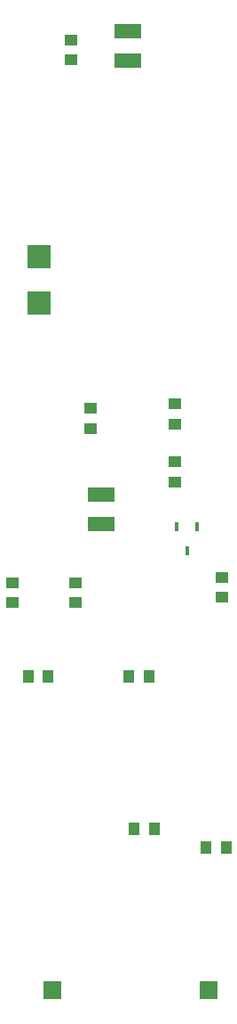
<source format=gbr>
G04 DipTrace 3.0.0.2*
G04 TopPaste.gbr*
%MOMM*%
G04 #@! TF.FileFunction,Paste,Top*
G04 #@! TF.Part,Single*
%ADD24R,1.8X1.8*%
%ADD53R,2.2X2.2*%
%ADD57R,0.1X2.3*%
%ADD59R,0.45X0.85*%
%ADD66R,2.5X1.4*%
%ADD70R,1.1X1.3*%
%ADD72R,1.3X1.1*%
%FSLAX35Y35*%
G04*
G71*
G90*
G75*
G01*
G04 TopPaste*
%LPD*%
D72*
X3100000Y4950000D3*
Y5140000D3*
X3700000Y4950000D3*
Y5140000D3*
X4650000Y6650000D3*
Y6840000D3*
X3655000Y10295000D3*
Y10105000D3*
D70*
X4400000Y4250000D3*
X4210000D3*
D72*
X4650000Y6290000D3*
Y6100000D3*
D70*
X3250000Y4250000D3*
X3440000D3*
X5137437Y2626940D3*
X4947437D3*
X4450000Y2800000D3*
X4260000D3*
D72*
X3845000Y6605000D3*
Y6795000D3*
X5100000Y5190000D3*
Y5000000D3*
D66*
X3950000Y5700000D3*
Y5980000D3*
D59*
X4860000Y5670000D3*
X4670000D3*
X4765000Y5440000D3*
D57*
X4800000Y1450000D3*
X4750000D3*
X4700000D3*
X4650000D3*
X4600000D3*
X4550000D3*
X4500000D3*
X4450000D3*
X4400000D3*
X4350000D3*
X4300000D3*
X4250000D3*
X4200000D3*
X4150000D3*
X4100000D3*
X4050000D3*
X4000000D3*
X3950000D3*
X3900000D3*
X3850000D3*
X3800000D3*
X3750000D3*
X3700000D3*
X3650000D3*
D24*
X4970000Y1270000D3*
X3480000D3*
D53*
X3350000Y7800000D3*
Y8240000D3*
D66*
X4200000Y10380000D3*
Y10100000D3*
M02*

</source>
